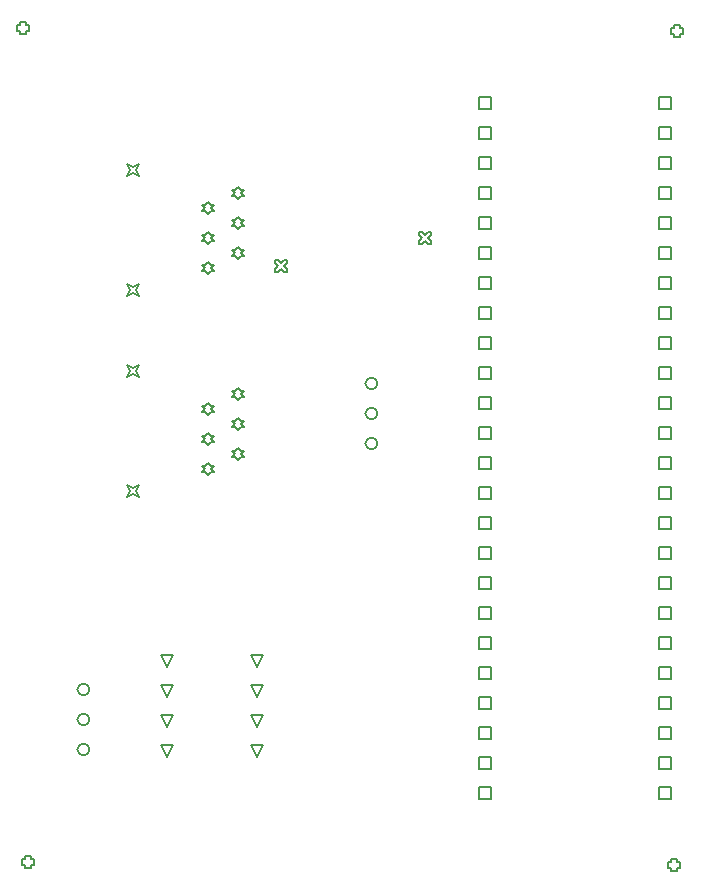
<source format=gbr>
%TF.GenerationSoftware,Altium Limited,Altium Designer,19.1.8 (144)*%
G04 Layer_Color=2752767*
%FSLAX26Y26*%
%MOIN*%
%TF.FileFunction,Drawing*%
%TF.Part,Single*%
G01*
G75*
%TA.AperFunction,NonConductor*%
%ADD46C,0.005000*%
%ADD47C,0.006667*%
D46*
X2250000Y1045000D02*
Y1085000D01*
X2290000D01*
Y1045000D01*
X2250000D01*
Y1145000D02*
Y1185000D01*
X2290000D01*
Y1145000D01*
X2250000D01*
Y1245000D02*
Y1285000D01*
X2290000D01*
Y1245000D01*
X2250000D01*
Y2645000D02*
Y2685000D01*
X2290000D01*
Y2645000D01*
X2250000D01*
Y2545000D02*
Y2585000D01*
X2290000D01*
Y2545000D01*
X2250000D01*
Y2445000D02*
Y2485000D01*
X2290000D01*
Y2445000D01*
X2250000D01*
X1650000Y1245000D02*
Y1285000D01*
X1690000D01*
Y1245000D01*
X1650000D01*
X2250000Y945000D02*
Y985000D01*
X2290000D01*
Y945000D01*
X2250000D01*
Y845000D02*
Y885000D01*
X2290000D01*
Y845000D01*
X2250000D01*
Y745000D02*
Y785000D01*
X2290000D01*
Y745000D01*
X2250000D01*
Y645000D02*
Y685000D01*
X2290000D01*
Y645000D01*
X2250000D01*
Y545000D02*
Y585000D01*
X2290000D01*
Y545000D01*
X2250000D01*
Y445000D02*
Y485000D01*
X2290000D01*
Y445000D01*
X2250000D01*
Y345000D02*
Y385000D01*
X2290000D01*
Y345000D01*
X2250000D01*
X1650000D02*
Y385000D01*
X1690000D01*
Y345000D01*
X1650000D01*
Y445000D02*
Y485000D01*
X1690000D01*
Y445000D01*
X1650000D01*
Y545000D02*
Y585000D01*
X1690000D01*
Y545000D01*
X1650000D01*
Y645000D02*
Y685000D01*
X1690000D01*
Y645000D01*
X1650000D01*
Y745000D02*
Y785000D01*
X1690000D01*
Y745000D01*
X1650000D01*
Y845000D02*
Y885000D01*
X1690000D01*
Y845000D01*
X1650000D01*
Y945000D02*
Y985000D01*
X1690000D01*
Y945000D01*
X1650000D01*
Y1045000D02*
Y1085000D01*
X1690000D01*
Y1045000D01*
X1650000D01*
Y1145000D02*
Y1185000D01*
X1690000D01*
Y1145000D01*
X1650000D01*
X2250000Y2345000D02*
Y2385000D01*
X2290000D01*
Y2345000D01*
X2250000D01*
Y2245000D02*
Y2285000D01*
X2290000D01*
Y2245000D01*
X2250000D01*
Y2145000D02*
Y2185000D01*
X2290000D01*
Y2145000D01*
X2250000D01*
Y2045000D02*
Y2085000D01*
X2290000D01*
Y2045000D01*
X2250000D01*
Y1945000D02*
Y1985000D01*
X2290000D01*
Y1945000D01*
X2250000D01*
Y1845000D02*
Y1885000D01*
X2290000D01*
Y1845000D01*
X2250000D01*
Y1745000D02*
Y1785000D01*
X2290000D01*
Y1745000D01*
X2250000D01*
Y1645000D02*
Y1685000D01*
X2290000D01*
Y1645000D01*
X2250000D01*
Y1545000D02*
Y1585000D01*
X2290000D01*
Y1545000D01*
X2250000D01*
Y1445000D02*
Y1485000D01*
X2290000D01*
Y1445000D01*
X2250000D01*
Y1345000D02*
Y1385000D01*
X2290000D01*
Y1345000D01*
X2250000D01*
X1650000D02*
Y1385000D01*
X1690000D01*
Y1345000D01*
X1650000D01*
Y1445000D02*
Y1485000D01*
X1690000D01*
Y1445000D01*
X1650000D01*
Y1545000D02*
Y1585000D01*
X1690000D01*
Y1545000D01*
X1650000D01*
Y1645000D02*
Y1685000D01*
X1690000D01*
Y1645000D01*
X1650000D01*
Y1745000D02*
Y1785000D01*
X1690000D01*
Y1745000D01*
X1650000D01*
Y1845000D02*
Y1885000D01*
X1690000D01*
Y1845000D01*
X1650000D01*
Y1945000D02*
Y1985000D01*
X1690000D01*
Y1945000D01*
X1650000D01*
Y2045000D02*
Y2085000D01*
X1690000D01*
Y2045000D01*
X1650000D01*
Y2145000D02*
Y2185000D01*
X1690000D01*
Y2145000D01*
X1650000D01*
Y2245000D02*
Y2285000D01*
X1690000D01*
Y2245000D01*
X1650000D01*
Y2345000D02*
Y2385000D01*
X1690000D01*
Y2345000D01*
X1650000D01*
Y2445000D02*
Y2485000D01*
X1690000D01*
Y2445000D01*
X1650000D01*
Y2545000D02*
Y2585000D01*
X1690000D01*
Y2545000D01*
X1650000D01*
Y2645000D02*
Y2685000D01*
X1690000D01*
Y2645000D01*
X1650000D01*
X910000Y485000D02*
X890000Y525000D01*
X930000D01*
X910000Y485000D01*
Y585000D02*
X890000Y625000D01*
X930000D01*
X910000Y585000D01*
Y685000D02*
X890000Y725000D01*
X930000D01*
X910000Y685000D01*
Y785000D02*
X890000Y825000D01*
X930000D01*
X910000Y785000D01*
X610000D02*
X590000Y825000D01*
X630000D01*
X610000Y785000D01*
Y685000D02*
X590000Y725000D01*
X630000D01*
X610000Y685000D01*
Y585000D02*
X590000Y625000D01*
X630000D01*
X610000Y585000D01*
Y485000D02*
X590000Y525000D01*
X630000D01*
X610000Y485000D01*
X745000Y2095000D02*
X755000Y2105000D01*
X765000D01*
X755000Y2115000D01*
X765000Y2125000D01*
X755000D01*
X745000Y2135000D01*
X735000Y2125000D01*
X725000D01*
X735000Y2115000D01*
X725000Y2105000D01*
X735000D01*
X745000Y2095000D01*
Y2195000D02*
X755000Y2205000D01*
X765000D01*
X755000Y2215000D01*
X765000Y2225000D01*
X755000D01*
X745000Y2235000D01*
X735000Y2225000D01*
X725000D01*
X735000Y2215000D01*
X725000Y2205000D01*
X735000D01*
X745000Y2195000D01*
Y2295000D02*
X755000Y2305000D01*
X765000D01*
X755000Y2315000D01*
X765000Y2325000D01*
X755000D01*
X745000Y2335000D01*
X735000Y2325000D01*
X725000D01*
X735000Y2315000D01*
X725000Y2305000D01*
X735000D01*
X745000Y2295000D01*
X845000Y2145000D02*
X855000Y2155000D01*
X865000D01*
X855000Y2165000D01*
X865000Y2175000D01*
X855000D01*
X845000Y2185000D01*
X835000Y2175000D01*
X825000D01*
X835000Y2165000D01*
X825000Y2155000D01*
X835000D01*
X845000Y2145000D01*
Y2245000D02*
X855000Y2255000D01*
X865000D01*
X855000Y2265000D01*
X865000Y2275000D01*
X855000D01*
X845000Y2285000D01*
X835000Y2275000D01*
X825000D01*
X835000Y2265000D01*
X825000Y2255000D01*
X835000D01*
X845000Y2245000D01*
Y2345000D02*
X855000Y2355000D01*
X865000D01*
X855000Y2365000D01*
X865000Y2375000D01*
X855000D01*
X845000Y2385000D01*
X835000Y2375000D01*
X825000D01*
X835000Y2365000D01*
X825000Y2355000D01*
X835000D01*
X845000Y2345000D01*
X475000Y2020000D02*
X485000Y2040000D01*
X475000Y2060000D01*
X495000Y2050000D01*
X515000Y2060000D01*
X505000Y2040000D01*
X515000Y2020000D01*
X495000Y2030000D01*
X475000Y2020000D01*
Y2420000D02*
X485000Y2440000D01*
X475000Y2460000D01*
X495000Y2450000D01*
X515000Y2460000D01*
X505000Y2440000D01*
X515000Y2420000D01*
X495000Y2430000D01*
X475000Y2420000D01*
X745000Y1425000D02*
X755000Y1435000D01*
X765000D01*
X755000Y1445000D01*
X765000Y1455000D01*
X755000D01*
X745000Y1465000D01*
X735000Y1455000D01*
X725000D01*
X735000Y1445000D01*
X725000Y1435000D01*
X735000D01*
X745000Y1425000D01*
Y1525000D02*
X755000Y1535000D01*
X765000D01*
X755000Y1545000D01*
X765000Y1555000D01*
X755000D01*
X745000Y1565000D01*
X735000Y1555000D01*
X725000D01*
X735000Y1545000D01*
X725000Y1535000D01*
X735000D01*
X745000Y1525000D01*
Y1625000D02*
X755000Y1635000D01*
X765000D01*
X755000Y1645000D01*
X765000Y1655000D01*
X755000D01*
X745000Y1665000D01*
X735000Y1655000D01*
X725000D01*
X735000Y1645000D01*
X725000Y1635000D01*
X735000D01*
X745000Y1625000D01*
X845000Y1475000D02*
X855000Y1485000D01*
X865000D01*
X855000Y1495000D01*
X865000Y1505000D01*
X855000D01*
X845000Y1515000D01*
X835000Y1505000D01*
X825000D01*
X835000Y1495000D01*
X825000Y1485000D01*
X835000D01*
X845000Y1475000D01*
Y1575000D02*
X855000Y1585000D01*
X865000D01*
X855000Y1595000D01*
X865000Y1605000D01*
X855000D01*
X845000Y1615000D01*
X835000Y1605000D01*
X825000D01*
X835000Y1595000D01*
X825000Y1585000D01*
X835000D01*
X845000Y1575000D01*
Y1675000D02*
X855000Y1685000D01*
X865000D01*
X855000Y1695000D01*
X865000Y1705000D01*
X855000D01*
X845000Y1715000D01*
X835000Y1705000D01*
X825000D01*
X835000Y1695000D01*
X825000Y1685000D01*
X835000D01*
X845000Y1675000D01*
X475000Y1350000D02*
X485000Y1370000D01*
X475000Y1390000D01*
X495000Y1380000D01*
X515000Y1390000D01*
X505000Y1370000D01*
X515000Y1350000D01*
X495000Y1360000D01*
X475000Y1350000D01*
Y1750000D02*
X485000Y1770000D01*
X475000Y1790000D01*
X495000Y1780000D01*
X515000Y1790000D01*
X505000Y1770000D01*
X515000Y1750000D01*
X495000Y1760000D01*
X475000Y1750000D01*
X2290000Y115000D02*
Y105000D01*
X2310000D01*
Y115000D01*
X2320000D01*
Y135000D01*
X2310000D01*
Y145000D01*
X2290000D01*
Y135000D01*
X2280000D01*
Y115000D01*
X2290000D01*
X135000Y125000D02*
Y115000D01*
X155000D01*
Y125000D01*
X165000D01*
Y145000D01*
X155000D01*
Y155000D01*
X135000D01*
Y145000D01*
X125000D01*
Y125000D01*
X135000D01*
X120000Y2905000D02*
Y2895000D01*
X140000D01*
Y2905000D01*
X150000D01*
Y2925000D01*
X140000D01*
Y2935000D01*
X120000D01*
Y2925000D01*
X110000D01*
Y2905000D01*
X120000D01*
X2300000Y2895000D02*
Y2885000D01*
X2320000D01*
Y2895000D01*
X2330000D01*
Y2915000D01*
X2320000D01*
Y2925000D01*
X2300000D01*
Y2915000D01*
X2290000D01*
Y2895000D01*
X2300000D01*
X970000Y2100000D02*
X980000D01*
X990000Y2110000D01*
X1000000Y2100000D01*
X1010000D01*
Y2110000D01*
X1000000Y2120000D01*
X1010000Y2130000D01*
Y2140000D01*
X1000000D01*
X990000Y2130000D01*
X980000Y2140000D01*
X970000D01*
Y2130000D01*
X980000Y2120000D01*
X970000Y2110000D01*
Y2100000D01*
X1450000Y2195000D02*
X1460000D01*
X1470000Y2205000D01*
X1480000Y2195000D01*
X1490000D01*
Y2205000D01*
X1480000Y2215000D01*
X1490000Y2225000D01*
Y2235000D01*
X1480000D01*
X1470000Y2225000D01*
X1460000Y2235000D01*
X1450000D01*
Y2225000D01*
X1460000Y2215000D01*
X1450000Y2205000D01*
Y2195000D01*
D47*
X1310000Y1530000D02*
G03*
X1310000Y1530000I-20000J0D01*
G01*
Y1630000D02*
G03*
X1310000Y1630000I-20000J0D01*
G01*
Y1730000D02*
G03*
X1310000Y1730000I-20000J0D01*
G01*
X350000Y710000D02*
G03*
X350000Y710000I-20000J0D01*
G01*
Y610000D02*
G03*
X350000Y610000I-20000J0D01*
G01*
Y510000D02*
G03*
X350000Y510000I-20000J0D01*
G01*
%TF.MD5,fb37bd3f83ad1f3a1a63e8d594b6643e*%
M02*

</source>
